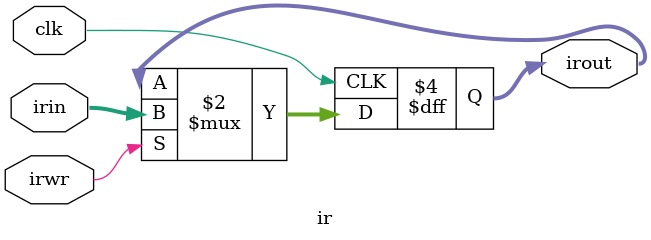
<source format=v>
module ir(irwr, irin, irout, clk);
  input clk, irwr;
  input [31:0] irin;
  output reg [31:0] irout;
  
  always@(posedge clk)
    if(irwr)
        irout <= irin;
    else
        $display("Can't write to ir!");
endmodule
</source>
